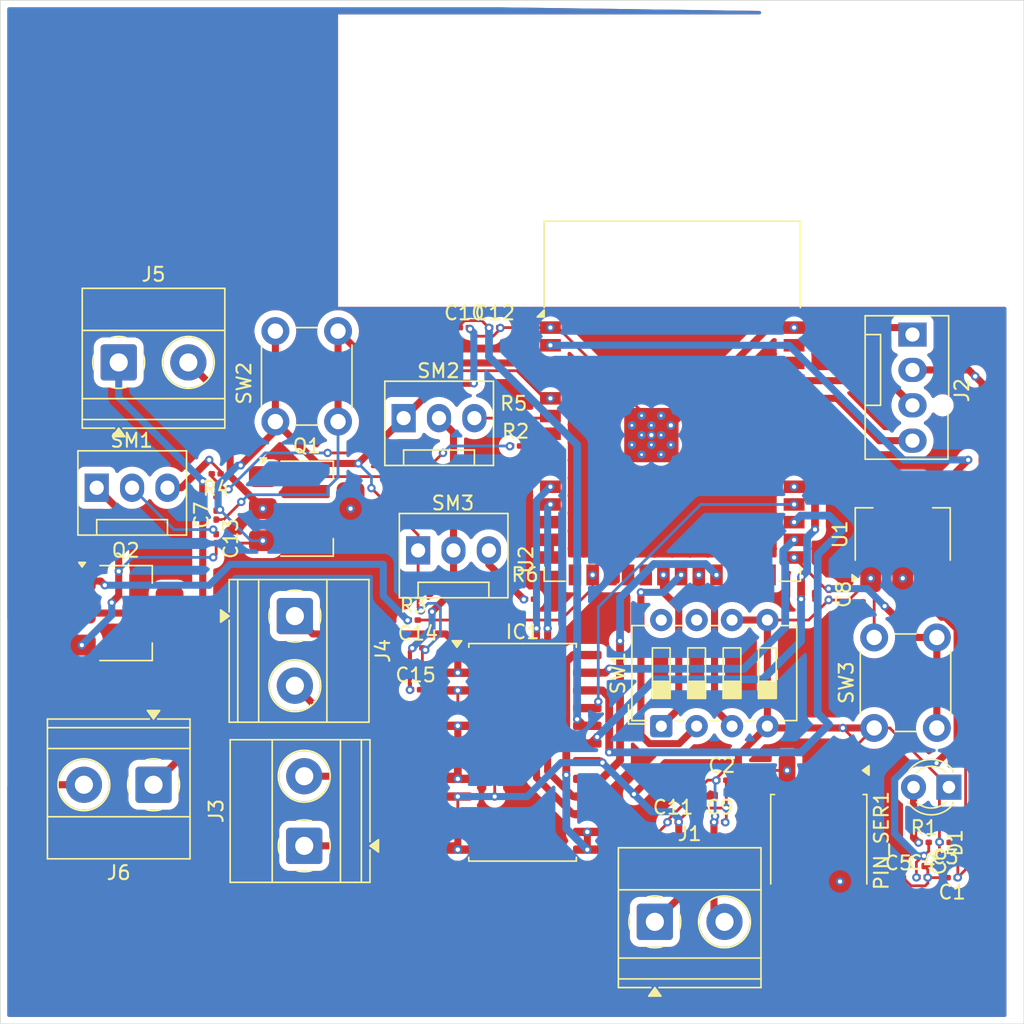
<source format=kicad_pcb>
(kicad_pcb (version 20241229) (generator "pcbnew") (generator_version "9.0")
  (layers (0 "F.Cu" signal) (2 "B.Cu" signal) (13 "F.Paste" user) (15 "B.Paste" user) (5 "F.SilkS" user "F.Silkscreen") (7 "B.SilkS" user "B.Silkscreen") (1 "F.Mask" user) (3 "B.Mask" user) (25 "Edge.Cuts" user))
  (net 0 "")
  (net 1 "+3.3V")
  (net 2 "GND")
  (net 3 "Net-(U1-VI)")
  (net 4 "VIN")
  (net 5 "+5")
  (net 6 "Net-(J5-Pin_2)")
  (net 7 "Net-(Q1-B)")
  (net 8 "Net-(Q2-B)")
  (net 9 "Net-(SM1-Pin_3)")
  (net 10 "VIN_SERV02")
  (net 11 "Net-(SM2-Pin_3)")
  (net 12 "VIN_SERV0")
  (net 13 "Net-(SM3-Pin_3)")
  (net 15 "TX")
  (net 16 "PIN_SERV01")
  (net 17 "PIN_DIP3")
  (net 19 "AIN2")
  (net 21 "PIN_SERV02")
  (net 22 "PWMA")
  (net 25 "PIN_DIP1")
  (net 26 "X")
  (net 28 "BIN1")
  (net 30 "BIN2")
  (net 33 "EN")
  (net 34 "PIN_PS1")
  (net 35 "PIN_PS2")
  (net 36 "BZ")
  (net 37 "STBY")
  (net 38 "RX")
  (net 39 "PWMB")
  (net 40 "PIN_DIP2")
  (net 41 "LAMP")
  (net 43 "AIN1")
  (net 44 "unconnected-(U2-IO9-Pad17)")
  (net 45 "BT")
  (net 50 "Net-(IC1-VCC)")
  (net 51 "Net-(D1-A)")
  (net 52 "MA1")
  (net 53 "MB2")
  (net 54 "MB1")
  (net 55 "MA2")
  (net 56 "VIN-SERVO")
  (net 57 "Net-(J6-Pin_2)")
  (net 58 "PIN_SERV03")
  (footprint "Resistor_SMD:R_0201_0603Metric" (layer "F.Cu") (at 128.5 74)
    (property "Reference" "R2")
    (property "Value" "1K")
  )
  (footprint "Connector:FanPinHeader_1x03_P2.54mm_Vertical" (layer "F.Cu") (at 120.46 72)
    (property "Reference" "SM2")
    (property "Value" "Conn_01x03_Pin")
  )
  (footprint "Package_TO_SOT_SMD:SOT-223-3_TabPin2" (layer "F.Cu") (at 100.5 86)
    (property "Reference" "Q2")
    (property "Value" "PZT2222A")
  )
  (footprint "Resistor_SMD:R_0201_0603Metric" (layer "F.Cu") (at 121.155 86.5)
    (property "Reference" "R3")
    (property "Value" "1K")
  )
  (footprint "Capacitor_SMD:C_0201_0603Metric" (layer "F.Cu") (at 107 78.965 90)
    (property "Reference" "C7")
    (property "Value" "0.1uf")
  )
  (footprint "RF_Module:ESP32-S3-WROOM-1" (layer "F.Cu") (at 139.75 70.76)
    (property "Reference" "U2")
    (property "Value" "ESP32-S3-WROOM-1" (hide yes))
  )
  (footprint "Capacitor_SMD:C_0201_0603Metric" (layer "F.Cu") (at 121.485 88.5)
    (property "Reference" "C14")
    (property "Value" "470uf")
  )
  (footprint "Button_Switch_THT:SW_PUSH_6mm_H7.3mm" (layer "F.Cu") (at 154.25 94.25 90)
    (property "Reference" "SW3")
    (property "Value" "SW_Push")
  )
  (footprint "Resistor_SMD:R_0201_0603Metric" (layer "F.Cu") (at 128.36 72)
    (property "Reference" "R5")
    (property "Value" "330")
  )
  (footprint "Capacitor_SMD:C_0201_0603Metric" (layer "F.Cu") (at 143.155 101)
    (property "Reference" "C9")
    (property "Value" "0.1uf")
  )
  (footprint "TerminalBlock_Phoenix:TerminalBlock_Phoenix_MKDS-1,5-2_1x02_P5.00mm_Horizontal" (layer "F.Cu") (at 112.65 86.215 -90)
    (property "Reference" "J4")
    (property "Value" "MOTOR2")
  )
  (footprint "Resistor_SMD:R_0201_0603Metric" (layer "F.Cu") (at 157.845 102.465)
    (property "Reference" "R1")
    (property "Value" "R")
  )
  (footprint "Button_Switch_THT:SW_DIP_SPSTx04_Slide_6.7x11.72mm_W7.62mm_P2.54mm_LowProfile" (layer "F.Cu") (at 138.96 94.12 90)
    (property "Reference" "SW1")
    (property "Value" "SW_DIP_x03")
  )
  (footprint "TerminalBlock_Phoenix:TerminalBlock_Phoenix_MKDS-1,5-2_1x02_P5.00mm_Horizontal" (layer "F.Cu") (at 113.3225 102.715 90)
    (property "Reference" "J3")
    (property "Value" "MOTOT 1")
  )
  (footprint "Connector:FanPinHeader_1x03_P2.54mm_Vertical" (layer "F.Cu") (at 98.42 77)
    (property "Reference" "SM1")
    (property "Value" "Conn_01x03_Pin")
  )
  (footprint "Capacitor_SMD:C_0201_0603Metric" (layer "F.Cu") (at 159.345 102.465 180)
    (property "Reference" "C3")
    (property "Value" "0.1uf")
  )
  (footprint "Package_TO_SOT_SMD:SOT-223-3_TabPin2" (layer "F.Cu") (at 156.3 80.35 90)
    (property "Reference" "U1")
    (property "Value" "AMS1117-3.3")
  )
  (footprint "Capacitor_SMD:C_0201_0603Metric" (layer "F.Cu") (at 107 80.655 -90)
    (property "Reference" "C13")
    (property "Value" "470uf")
  )
  (footprint "TerminalBlock_Phoenix:TerminalBlock_Phoenix_MKDS-1,5-2_1x02_P5.00mm_Horizontal" (layer "F.Cu") (at 138.5 108.1725)
    (property "Reference" "J1")
    (property "Value" "Screw_Terminal_01x02")
  )
  (footprint "Capacitor_SMD:C_0201_0603Metric" (layer "F.Cu") (at 143.31 98)
    (property "Reference" "C2")
    (property "Value" "0.1uf")
  )
  (footprint "Package_TO_SOT_SMD:SOT-223-3_TabPin2" (layer "F.Cu") (at 113.5 78.5)
    (property "Reference" "Q1")
    (property "Value" "PZT2222A")
  )
  (footprint "Capacitor_SMD:C_0201_0603Metric" (layer "F.Cu") (at 124.82 65.5)
    (property "Reference" "C10")
    (property "Value" "0.1uf")
  )
  (footprint "Capacitor_SMD:C_0201_0603Metric" (layer "F.Cu") (at 139.81 101)
    (property "Reference" "C11")
    (property "Value" "10uf")
  )
  (footprint "Capacitor_SMD:C_0201_0603Metric" (layer "F.Cu") (at 127 65.5)
    (property "Reference" "C12")
    (property "Value" "10uf")
  )
  (footprint "TerminalBlock_Phoenix:TerminalBlock_Phoenix_MKDS-1,5-2_1x02_P5.00mm_Horizontal" (layer "F.Cu") (at 100 68)
    (property "Reference" "J5")
    (property "Value" "LAMP")
  )
  (footprint "Button_Switch_THT:SW_PUSH_6mm_H7.3mm" (layer "F.Cu") (at 111.25 72.25 90)
    (property "Reference" "SW2")
    (property "Value" "SW_Push")
  )
  (footprint "Capacitor_SMD:C_0201_0603Metric" (layer "F.Cu") (at 157.845 103.845 -90)
    (property "Reference" "C6")
    (property "Value" "0.1uf")
  )
  (footprint "LED_THT:LED_D3.0mm" (layer "F.Cu") (at 159.615 98.5 180)
    (property "Reference" "D1")
    (property "Value" "LED")
  )
  (footprint "Package_TO_SOT_SMD:TO-252-2" (layer "F.Cu") (at 150.2725 102.34 -90)
    (property "Reference" "PIN_SER1")
    (property "Value" "AZ1117D-ADJ")
  )
  (footprint "Capacitor_SMD:C_0201_0603Metric" (layer "F.Cu") (at 151 84.655 -90)
    (property "Reference" "C8")
    (property "Value" "0.1uf")
  )
  (footprint "TerminalBlock_Phoenix:TerminalBlock_Phoenix_MKDS-1,5-2_1x02_P5.00mm_Horizontal" (layer "F.Cu") (at 102.5 98.3275 180)
    (property "Reference" "J6")
    (property "Value" "BZ")
  )
  (footprint "Resistor_SMD:R_0201_0603Metric" (layer "F.Cu") (at 129.5 85)
    (property "Reference" "R6")
    (property "Value" "330")
  )
  (footprint "Capacitor_SMD:C_0201_0603Metric" (layer "F.Cu") (at 157.69 104.965)
    (property "Reference" "C4")
    (property "Value" "0.1uf")
  )
  (footprint "Connector:FanPinHeader_1x04_P2.54mm_Vertical" (layer "F.Cu") (at 157 66 -90)
    (property "Reference" "J2")
    (property "Value" "Conn_01x04_Pin")
  )
  (footprint "Capacitor_SMD:C_0201_0603Metric" (layer "F.Cu") (at 121.32 91.5)
    (property "Reference" "C15")
    (property "Value" "470uf")
  )
  (footprint "Connector:FanPinHeader_1x03_P2.54mm_Vertical" (layer "F.Cu") (at 121.5 81.5)
    (property "Reference" "SM3")
    (property "Value" "Conn_01x03_Pin")
  )
  (footprint "Capacitor_SMD:C_0201_0603Metric" (layer "F.Cu") (at 159.845 105 180)
    (property "Reference" "C1")
    (property "Value" "0.1uf")
  )
  (footprint "Capacitor_SMD:C_0201_0603Metric" (layer "F.Cu") (at 156 105)
    (property "Reference" "C5")
    (property "Value" "0.1uf")
  )
  (footprint "Resistor_SMD:R_0201_0603Metric" (layer "F.Cu") (at 107 76 180)
    (property "Reference" "R4")
    (property "Value" "330")
  )
  (footprint "Package_SO:SOIC-24W_7.5x15.4mm_P1.27mm" (layer "F.Cu") (at 129 96)
    (property "Reference" "IC1")
    (property "Value" "TB6612FNG,C,8,EL")
  )
  (gr_rect (start 91.5 42) (end 165 115.5) (stroke (width 0.05)) (fill no) (layer "Edge.Cuts"))
  (gr_text "ISMENIA BELTRE" (at 114 111.5 0) (layer "B.Cu") (effects (font (size 1.5 1.5) (thickness 0.3) (bold yes)) (justify left bottom mirror)))
  (segment (start 157.28 103.890001) (end 157.28 104.982958) (width 0.2) (layer "F.Cu") (net 1))
  (segment (start 156.3 83.5) (end 159.095 86.295) (width 0.508) (layer "F.Cu") (net 1))
  (segment (start 159.095 86.295) (end 159.352681 86.295) (width 0.508) (layer "F.Cu") (net 1))
  (segment (start 159.352681 86.295) (end 160.205 87.147319) (width 0.508) (layer "F.Cu") (net 1))
  (segment (start 157.845 103.525) (end 157.645001 103.525) (width 0.2) (layer "F.Cu") (net 1))
  (segment (start 158.165 102.465) (end 158.165 103.097042) (width 0.2) (layer "F.Cu") (net 1))
  (segment (start 160.205 87.147319) (end 160.205 95.295) (width 0.508) (layer "F.Cu") (net 1))
  (segment (start 158.8 77.2) (end 161 75) (width 0.508) (layer "F.Cu") (net 1))
  (segment (start 156.3 77.2) (end 156.3 83.5) (width 0.508) (layer "F.Cu") (net 1))
  (segment (start 156.3 77.2) (end 158.8 77.2) (width 0.508) (layer "F.Cu") (net 1))
  (segment (start 158.165 103.097042) (end 157.827042 103.435) (width 0.2) (layer "F.Cu") (net 1))
  (segment (start 160.205 95.295) (end 158.731765 96.768235) (width 0.508) (layer "F.Cu") (net 1))
  (segment (start 157.645001 103.525) (end 157.28 103.890001) (width 0.2) (layer "F.Cu") (net 1))
  (via (at 156.3 83.5) (size 0.6) (drill 0.3) (layers "F.Cu" "B.Cu") (net 1))
  (via (at 161 75) (size 0.6) (drill 0.3) (layers "F.Cu" "B.Cu") (net 1))
  (via (at 158.731765 96.768235) (size 0.6) (drill 0.3) (layers "F.Cu" "B.Cu") (net 1))
  (via (at 157.827042 103.435) (size 0.6) (drill 0.3) (layers "F.Cu" "B.Cu") (net 1))
  (via (at 157.827042 103.435) (size 0.6) (drill 0.3) (layers "F.Cu" "B.Cu") (net 1))
  (via (at 131 66.77) (size 0.6) (drill 0.3) (layers "F.Cu" "B.Cu") (net 1))
  (via (at 157.28 104.982958) (size 0.6) (drill 0.3) (layers "F.Cu" "B.Cu") (net 1))
  (segment (start 155.72 101.83569) (end 157.31931 103.435) (width 0.508) (layer "B.Cu") (net 1))
  (segment (start 148.133238 66.77) (end 131 66.77) (width 0.508) (layer "B.Cu") (net 1))
  (segment (start 156.363238 75) (end 148.133238 66.77) (width 0.508) (layer "B.Cu") (net 1))
  (segment (start 155.72 97.93874) (end 155.72 101.83569) (width 0.508) (layer "B.Cu") (net 1))
  (segment (start 158.731765 96.768235) (end 156.890505 96.768235) (width 0.508) (layer "B.Cu") (net 1))
  (segment (start 156.890505 96.768235) (end 155.72 97.93874) (width 0.508) (layer "B.Cu") (net 1))
  (segment (start 161 75) (end 156.363238 75) (width 0.508) (layer "B.Cu") (net 1))
  (segment (start 157.31931 103.435) (end 157.827042 103.435) (width 0.508) (layer "B.Cu") (net 1))
  (segment (start 98.42 77) (end 100 78.58) (width 0.508) (layer "F.Cu") (net 2))
  (segment (start 127.41 65.59) (end 127.41 65.524884) (width 0.2) (layer "F.Cu") (net 2))
  (segment (start 124.35 92.825) (end 124.35 91.555) (width 0.2) (layer "F.Cu") (net 2))
  (segment (start 121.64 91.5) (end 124.295 91.5) (width 0.2) (layer "F.Cu") (net 2))
  (segment (start 141.13 100) (end 143.63 100) (width 0.2) (layer "F.Cu") (net 2))
  (segment (start 126.881042 66.118958) (end 127.41 65.59) (width 0.2) (layer "F.Cu") (net 2))
  (segment (start 100 84.746) (end 99.5 85.246) (width 0.508) (layer "F.Cu") (net 2))
  (segment (start 111.25 72.25) (end 111.25 65.75) (width 0.508) (layer "F.Cu") (net 2))
  (segment (start 154.25 83.75) (end 154 83.5) (width 0.2) (layer "F.Cu") (net 2))
  (segment (start 121.5 81.5) (end 121.5 85.602968) (width 0.2) (layer "F.Cu") (net 2))
  (segment (start 100 78.58) (end 100 83) (width 0.508) (layer "F.Cu") (net 2))
  (segment (start 159.615 98.5) (end 158.935 99.18) (width 0.2) (layer "F.Cu") (net 2))
  (segment (start 125.14 65.5) (end 125.758958 66.118958) (width 0.2) (layer "F.Cu") (net 2))
  (segment (start 146.58 94.12) (end 146.71 94.25) (width 0.508) (layer "F.Cu") (net 2))
  (segment (start 131.532 65.5) (end 138.25 72.218) (width 0.2) (layer "F.Cu") (net 2))
  (segment (start 155.365 94.25) (end 154.25 94.25) (width 0.2) (layer "F.Cu") (net 2))
  (segment (start 138.25 72.218) (end 138.25 73.22) (width 0.2) (layer "F.Cu") (net 2))
  (segment (start 143.63 100) (end 143.63 100.959884) (width 0.2) (layer "F.Cu") (net 2))
  (segment (start 146.71 94.25) (end 152 94.25) (width 0.508) (layer "F.Cu") (net 2))
  (segment (start 157.845 104.165) (end 158.335 104.165) (width 0.2) (layer "F.Cu") (net 2))
  (segment (start 158.335 104.165) (end 158.935 103.565) (width 0.2) (layer "F.Cu") (net 2))
  (segment (start 159.525 105) (end 158.110116 105) (width 0.2) (layer "F.Cu") (net 2))
  (segment (start 133.65 96.635) (end 134.634998 96.635) (width 0.508) (layer "F.Cu") (net 2))
  (segment (start 146.58 94.12) (end 144.5 96.2) (width 0.508) (layer "F.Cu") (net 2))
  (segment (start 110.175 80.975) (end 110.35 80.8) (width 0.2) (layer "F.Cu") (net 2))
  (segment (start 146.58 94.12) (end 146.58 86.5) (width 0.508) (layer "F.Cu") (net 2))
  (segment (start 152.5525 94.8025) (end 152 94.25) (width 0.2) (layer "F.Cu") (net 2))
  (segment (start 125.758958 66.118958) (end 126.881042 66.118958) (width 0.2) (layer "F.Cu") (net 2))
  (segment (start 122.96 69.5) (end 125.5 69.5) (width 0.508) (layer "F.Cu") (net 2))
  (segment (start 152.5525 97.3) (end 152.5525 94.8025) (width 0.2) (layer "F.Cu") (net 2))
  (segment (start 127 95.078032) (end 127 99.175) (width 0.2) (layer "F.Cu") (net 2))
  (segment (start 121.5 85.602968) (end 121.705277 85.808245) (width 0.2) (layer "F.Cu") (net 2))
  (segment (start 156.903958 105.583958) (end 157.916042 105.583958) (width 0.2) (layer "F.Cu") (net 2))
  (segment (start 107.206147 78.645) (end 107.272264 78.578883) (width 0.2) (layer "F.Cu") (net 2))
  (segment (start 158.1 105.4) (end 158.1 104.989884) (width 0.2) (layer "F.Cu") (net 2))
  (segment (start 143.63 98) (end 143.63 100) (width 0.2) (layer "F.Cu") (net 2))
  (segment (start 117.205 75.255) (end 120.46 72) (width 0.508) (layer "F.Cu") (net 2))
  (segment (start 156.5 65.5) (end 148.5 65.5) (width 0.508) (layer "F.Cu") (net 2))
  (segment (start 114.255 75.255) (end 117.205 75.255) (width 0.508) (layer "F.Cu") (net 2))
  (segment (start 157 66) (end 156.5 65.5) (width 0.508) (layer "F.Cu") (net 2))
  (segment (start 152 94.25) (end 154.25 94.25) (width 0.508) (layer "F.Cu") (net 2))
  (segment (start 158.935 103.565) (end 158.935 102.440116) (width 0.2) (layer "F.Cu") (net 2))
  (segment (start 158.935 99.18) (end 158.935 102.440116) (width 0.2) (layer "F.Cu") (net 2))
  (segment (start 152.435 85.065) (end 150.975116 85.065) (width 0.2) (layer "F.Cu") (net 2))
  (segment (start 150.975116 85.065) (end 149.540116 86.5) (width 0.2) (layer "F.Cu") (net 2))
  (segment (start 124.295 91.5) (end 124.35 91.555) (width 0.2) (layer "F.Cu") (net 2))
  (segment (start 158.1 104.42) (end 158.1 104.989884) (width 0.2) (layer "F.Cu") (net 2))
  (segment (start 138.5 108.1725) (end 140.22 106.4525) (width 0.508) (layer "F.Cu") (net 2))
  (segment (start 107 80.975) (end 110.175 80.975) (width 0.2) (layer "F.Cu") (net 2))
  (segment (start 139.255 96.745) (end 137 99) (width 0.508) (layer "F.Cu") (net 2))
  (segment (start 140.22 106.4525) (end 140.22 101.000088) (width 0.508) (layer "F.Cu") (net 2))
  (segment (start 120.46 72) (end 122.96 69.5) (width 0.508) (layer "F.Cu") (net 2))
  (segment (start 100 83) (end 100 84.746) (width 0.508) (layer "F.Cu") (net 2))
  (segment (start 154.25 87.75) (end 154.25 83.75) (width 0.2) (layer "F.Cu") (net 2))
  (segment (start 157.845 104.165) (end 158.1 104.42) (width 0.2) (layer "F.Cu") (net 2))
  (segment (start 111.25 72.25) (end 111.25 72.901472) (width 0.508) (layer "F.Cu") (net 2))
  (segment (start 127.434884 65.5) (end 131 65.5) (width 0.2) (layer "F.Cu") (net 2))
  (segment (start 144.04 86.5) (end 146.58 86.5) (width 0.508) (layer "F.Cu") (net 2))
  (segment (start 152.5525 95.9475) (end 154.25 94.25) (width 0.2) (layer "F.Cu") (net 2))
  (segment (start 121.5 81.5) (end 121.5 80.378595) (width 0.2) (layer "F.Cu") (net 2))
  (segment (start 111.25 72.901472) (end 108.759 75.392472) (width 0.508) (layer "F.Cu") (net 2))
  (segment (start 154 83.5) (end 152.435 85.065) (width 0.2) (layer "F.Cu") (net 2))
  (segment (start 140.13 101) (end 141.13 100) (width 0.2) (layer "F.Cu") (net 2))
  (segment (start 158.110116 105) (end 158.1 104.989884) (width 0.2) (layer "F.Cu") (net 2))
  (segment (start 121.5 80.378595) (end 118.149416 77.028011) (width 0.2) (layer "F.Cu") (net 2))
  (segment (start 127.41 65.524884) (end 127.434884 65.5) (width 0.2) (layer "F.Cu") (net 2))
  (segment (start 107 80.975) (end 107 81.787159) (width 0.2) (layer "F.Cu") (net 2))
  (segment (start 146.67 65.5) (end 139.65 72.52) (width 0.508) (layer "F.Cu") (net 2))
  (segment (start 111.25 72.25) (end 114.255 75.255) (width 0.508) (layer "F.Cu") (net 2))
  (segment (start 124.746968 92.825) (end 127 95.078032) (width 0.2) (layer "F.Cu") (net 2))
  (segment (start 157.916042 105.583958) (end 158.1 105.4) (width 0.2) (layer "F.Cu") (net 2))
  (segment (start 159.615 98.5) (end 155.365 94.25) (width 0.2) (layer "F.Cu") (net 2))
  (segment (start 156.32 105) (end 156.903958 105.583958) (width 0.2) (layer "F.Cu") (net 2))
  (segment (start 121.805 88.5) (end 121.805 91.335) (width 0.2) (layer "F.Cu") (net 2))
  (segment (start 149.540116 86.5) (end 146.58 86.5) (width 0.2) (layer "F.Cu") (net 2))
  (segment (start 144.5 96.2) (end 144.5 96.745) (width 0.508) (layer "F.Cu") (net 2))
  (segment (start 107 78.645) (end 107.206147 78.645) (width 0.2) (layer "F.Cu") (net 2))
  (segment (start 124.35 100.445) (end 124.35 99.175) (width 0.2) (layer "F.Cu") (net 2))
  (segment (start 131 65.5) (end 131.532 65.5) (width 0.2) (layer "F.Cu") (net 2))
  (segment (start 144.5 96.745) (end 139.255 96.745) (width 0.508) (layer "F.Cu") (net 2))
  (segment (start 148.5 65.5) (end 146.67 65.5) (width 0.508) (layer "F.Cu") (net 2))
  (segment (start 152.5525 97.3) (end 152.5525 95.9475) (width 0.2) (layer "F.Cu") (net 2))
  (segment (start 134.634998 96.635) (end 134.738879 96.738881) (width 0.508) (layer "F.Cu") (net 2))
  (segment (start 134.738879 96.738881) (end 134.73888 96.73888) (width 0.508) (layer "F.Cu") (net 2))
  (segment (start 124.35 92.825) (end 124.746968 92.825) (width 0.2) (layer "F.Cu") (net 2))
  (segment (start 107 81.787159) (end 106.787159 82) (width 0.2) (layer "F.Cu") (net 2))
  (segment (start 143.63 100.959884) (end 143.565 101.024884) (width 0.2) (layer "F.Cu") (net 2))
  (segment (start 121.805 91.335) (end 121.64 91.5) (width 0.2) (layer "F.Cu") (net 2))
  (via (at 150.975116 85.065) (size 0.6) (drill 0.3) (layers "F.Cu" "B.Cu") (net 2))
  (via (at 138.5 108.1725) (size 0.6) (drill 0.3) (layers "F.Cu" "B.Cu") (net 2))
  (via (at 140.22 101.000088) (size 0.6) (drill 0.3) (layers "F.Cu" "B.Cu") (net 2))
  (via (at 118.149416 77.028011) (size 0.6) (drill 0.3) (layers "F.Cu" "B.Cu") (net 2))
  (via (at 154 83.5) (size 0.6) (drill 0.3) (layers "F.Cu" "B.Cu") (net 2))
  (via (at 99.5 85.246) (size 0.6) (drill 0.3) (layers "F.Cu" "B.Cu") (net 2))
  (via (at 111.25 65.75) (size 0.6) (drill 0.3) (layers "F.Cu" "B.Cu") (net 2))
  (via (at 124.35 99.175) (size 0.6) (drill 0.3) (layers "F.Cu" "B.Cu") (net 2))
  (via (at 152 94.25) (size 0.6) (drill 0.3) (layers "F.Cu" "B.Cu") (net 2))
  (via (at 97.35 88.3) (size 0.6) (drill 0.3) (layers "F.Cu" "B.Cu") (net 2))
  (via (at 134.738879 96.738881) (size 0.6) (drill 0.3) (layers "F.Cu" "B.Cu") (net 2))
  (via (at 100 83) (size 0.6) (drill 0.3) (layers "F.Cu" "B.Cu") (net 2))
  (via (at 108.759 75.392472) (size 0.6) (drill 0.3) (layers "F.Cu" "B.Cu") (net 2))
  (via (at 158.1 104.989884) (size 0.6) (drill 0.3) (layers "F.Cu" "B.Cu") (net 2))
  (via (at 124.35 91.555) (size 0.6) (drill 0.3) (layers "F.Cu" "B.Cu") (net 2))
  (via (at 154.25 94.25) (size 0.6) (drill 0.3) (layers "F.Cu" "B.Cu") (net 2))
  (via (at 127.41 65.524884) (size 0.6) (drill 0.3) (layers "F.Cu" "B.Cu") (net 2))
  (via (at 146.58 86.5) (size 0.6) (drill 0.3) (layers "F.Cu" "B.Cu") (net 2))
  (via (at 143.63 100) (size 0.6) (drill 0.3) (layers "F.Cu" "B.Cu") (net 2))
  (via (at 139.65 72.52) (size 0.6) (drill 0.3) (layers "F.Cu" "B.Cu") (net 2))
  (via (at 107.272264 78.578883) (size 0.6) (drill 0.3) (layers "F.Cu" "B.Cu") (net 2))
  (via (at 124.35 99.175) (size 0.6) (drill 0.3) (layers "F.Cu" "B.Cu") (net 2))
  (via (at 138.25 73.22) (size 0.6) (drill 0.3) (layers "F.Cu" "B.Cu") (net 2))
  (via (at 158.935 102.440116) (size 0.6) (drill 0.3) (layers "F.Cu" "B.Cu") (net 2))
  (via (at 134.73888 96.73888) (size 0.6) (drill 0.3) (layers "F.Cu" "B.Cu") (net 2))
  (via (at 117.205 75.255) (size 0.6) (drill 0.3) (layers "F.Cu" "B.Cu") (net 2))
  (via (at 143.565 101.024884) (size 0.6) (drill 0.3) (layers "F.Cu" "B.Cu") (net 2))
  (via (at 121.705277 85.808245) (size 0.6) (drill 0.3) (layers "F.Cu" "B.Cu") (net 2))
  (via (at 106.787159 82) (size 0.6) (drill 0.3) (layers "F.Cu" "B.Cu") (net 2))
  (via (at 158.1 104.989884) (size 0.6) (drill 0.3) (layers "F.Cu" "B.Cu") (net 2))
  (via (at 146.58 86.5) (size 0.6) (drill 0.3) (layers "F.Cu" "B.Cu") (net 2))
  (via (at 140.22 101.000088) (size 0.6) (drill 0.3) (layers "F.Cu" "B.Cu") (net 2))
  (via (at 137 99) (size 0.6) (drill 0.3) (layers "F.Cu" "B.Cu") (net 2))
  (via (at 125.5 69.5) (size 0.6) (drill 0.3) (layers "F.Cu" "B.Cu") (net 2))
  (via (at 158.935 102.440116) (size 0.6) (drill 0.3) (layers "F.Cu" "B.Cu") (net 2))
  (via (at 131 65.5) (size 0.6) (drill 0.3) (layers "F.Cu" "B.Cu") (net 2))
  (via (at 120.46 72) (size 0.6) (drill 0.3) (layers "F.Cu" "B.Cu") (net 2))
  (via (at 122.014696 88.64458) (size 0.6) (drill 0.3) (layers "F.Cu" "B.Cu") (net 2))
  (via (at 158.1 104.989884) (size 0.6) (drill 0.3) (layers "F.Cu" "B.Cu") (net 2))
  (via (at 110.35 80.8) (size 0.6) (drill 0.3) (layers "F.Cu" "B.Cu") (net 2))
  (via (at 107.272264 78.578883) (size 0.6) (drill 0.3) (layers "F.Cu" "B.Cu") (net 2))
  (via (at 154.25 94.25) (size 0.6) (drill 0.3) (layers "F.Cu" "B.Cu") (net 2))
  (via (at 124.35 91.555) (size 0.6) (drill 0.3) (layers "F.Cu" "B.Cu") (net 2))
  (via (at 125.23 65.599) (size 0.6) (drill 0.3) (layers "F.Cu" "B.Cu") (net 2))
  (via (at 110.35 80.8) (size 0.6) (drill 0.3) (layers "F.Cu" "B.Cu") (net 2))
  (via (at 154.25 94.25) (size 0.6) (drill 0.3) (layers "F.Cu" "B.Cu") (net 2))
  (via (at 148.5 65.5) (size 0.6) (drill 0.3) (layers "F.Cu" "B.Cu") (net 2))
  (via (at 127 99.175) (size 0.6) (drill 0.3) (layers "F.Cu" "B.Cu") (net 2))
  (segment (start 106.787159 82) (end 101 82) (width 0.2) (layer "B.Cu") (net 2))
  (segment (start 108.539796 75.392472) (end 107.136841 76.795427) (width 0.508) (layer "B.Cu") (net 2))
  (segment (start 129.325 99.175) (end 127 99.175) (width 0.508) (layer "B.Cu") (net 2))
  (segment (start 139.712732 100.262958) (end 140.22 100.770226) (width 0.508) (layer "B.Cu") (net 2))
  (segment (start 122.214522 85.299) (end 122.748943 85.299) (width 0.2) (layer "B.Cu") (net 2))
  (segment (start 99.5 86.15) (end 97.35 88.3) (width 0.508) (layer "B.Cu") (net 2))
  (segment (start 127 99.175) (end 124.35 99.175) (width 0.508) (layer "B.Cu") (net 2))
  (segment (start 107.136841 76.795427) (end 107.136841 78.44346) (width 0.508) (layer "B.Cu") (net 2))
  (segment (start 121.705277 85.808245) (end 122.214522 85.299) (width 0.2) (layer "B.Cu") (net 2))
  (segment (start 134.738879 96.738881) (end 131.761119 96.738881) (width 0.508) (layer "B.Cu") (net 2))
  (segment (start 107.136841 78.44346) (end 107.272264 78.578883) (width 0.508) (layer "B.Cu") (net 2))
  (segment (start 118.149416 76.199416) (end 117.205 75.255) (width 0.2) (layer "B.Cu") (net 2))
  (segment (start 123.101 87.558276) (end 122.014696 88.64458) (width 0.2) (layer "B.Cu") (net 2))
  (segment (start 99.5 85.246) (end 99.5 86.15) (width 0.508) (layer "B.Cu") (net 2))
  (segment (start 107.272264 78.578883) (end 109.493381 80.8) (width 0.2) (layer "B.Cu") (net 2))
  (segment (start 122.748943 85.299) (end 123.101 85.651057) (width 0.2) (layer "B.Cu") (net 2))
  (segment (start 109.493381 80.8) (end 110.35 80.8) (width 0.2) (layer "B.Cu") (net 2))
  (segment (start 134.73888 96.73888) (end 137 99) (width 0.508) (layer "B.Cu") (net 2))
  (segment (start 125.5 65.869) (end 125.23 65.599) (width 0.508) (layer "B.Cu") (net 2))
  (segment (start 138.262958 100.262958) (end 139.712732 100.262958) (width 0.508) (layer "B.Cu") (net 2))
  (segment (start 125.5 69.5) (end 125.5 65.869) (width 0.508) (layer "B.Cu") (net 2))
  (segment (start 123.101 85.651057) (end 123.101 87.558276) (width 0.2) (layer "B.Cu") (net 2))
  (segment (start 140.22 100.770226) (end 140.22 101.000088) (width 0.508) (layer "B.Cu") (net 2))
  (segment (start 108.759 75.392472) (end 108.539796 75.392472) (width 0.508) (layer "B.Cu") (net 2))
  (segment (start 137 99) (end 138.262958 100.262958) (width 0.508) (layer "B.Cu") (net 2))
  (segment (start 118.149416 77.028011) (end 118.149416 76.199416) (width 0.2) (layer "B.Cu") (net 2))
  (segment (start 101 82) (end 100 83) (width 0.2) (layer "B.Cu") (net 2))
  (segment (start 131.761119 96.738881) (end 129.325 99.175) (width 0.508) (layer "B.Cu") (net 2))
  (segment (start 159.665 102.465) (end 160.255 103.055) (width 0.2) (layer "F.Cu") (net 3))
  (segment (start 160.816 104.421042) (end 160.255 104.982042) (width 0.2) (layer "F.Cu") (net 3))
  (segment (start 160.255 103.055) (end 160.255 104.982042) (width 0.2) (layer "F.Cu") (net 3))
  (segment (start 160.816 85.716) (end 160.816 104.421042) (width 0.2) (layer "F.Cu") (net 3))
  (segment (start 158.6 83.5) (end 160.816 85.716) (width 0.2) (layer "F.Cu") (net 3))
  (via (at 160.255 104.982042) (size 0.6) (drill 0.3) (layers "F.Cu" "B.Cu") (net 3))
  (via (at 160.255 104.982042) (size 0.6) (drill 0.3) (layers "F.Cu" "B.Cu") (net 3))
  (segment (start 143.5 108.1725) (end 142.745 107.4175) (width 0.508) (layer "F.Cu") (net 4))
  (segment (start 139.49 101) (end 138.775 101.715) (width 0.2) (layer "F.Cu") (net 4))
  (segment (start 142.835 101) (end 142.835 100.610681) (width 0.2) (layer "F.Cu") (net 4))
  (segment (start 133.65 102.985) (end 133.65 101.715) (width 0.508) (layer "F.Cu") (net 4))
  (segment (start 143.490001 97.3) (end 147.9925 97.3) (width 0.2) (layer "F.Cu") (net 4))
  (segment (start 142.99 97.800001) (end 143.490001 97.3) (width 0.2) (layer "F.Cu") (net 4))
  (segment (start 139.4 100.890001) (end 139.4 101.017958) (width 0.2) (layer "F.Cu") (net 4))
  (segment (start 133.65 89.015) (end 132.625001 89.015) (width 0.5588) (layer "F.Cu") (net 4))
  (segment (start 132.625001 89.015) (end 132.138654 89.501347) (width 0.5588) (layer "F.Cu") (net 4))
  (segment (start 142.99 98) (end 142.290001 98) (width 0.2) (layer "F.Cu") (net 4))
  (segment (start 142.99 98) (end 142.99 97.800001) (width 0.2) (layer "F.Cu") (net 4))
  (segment (start 132.138654 89.501347) (end 132.138654 97.622336) (width 0.5588) (layer "F.Cu") (net 4))
  (segment (start 142.835 100.610681) (end 142.824318 100.599999) (width 0.2) (layer "F.Cu") (net 4))
  (segment (start 142.290001 98) (end 139.4 100.890001) (width 0.2) (layer "F.Cu") (net 4))
  (segment (start 138.775 101.715) (end 133.65 101.715) (width 0.2) (layer "F.Cu") (net 4))
  (segment (start 142.745 107.4175) (end 142.745 101.017958) (width 0.508) (layer "F.Cu") (net 4))
  (via (at 133.65 102.985) (size 0.6) (drill 0.3) (layers "F.Cu" "B.Cu") (net 4))
  (via (at 147.9925 97.3) (size 0.6) (drill 0.3) (layers "F.Cu" "B.Cu") (net 4))
  (via (at 142.824318 100.599999) (size 0.6) (drill 0.3) (layers "F.Cu" "B.Cu") (net 4))
  (via (at 142.745 101.017958) (size 0.6) (drill 0.3) (layers "F.Cu" "B.Cu") (net 4))
  (via (at 142.9 98.017958) (size 0.6) (drill 0.3) (layers "F.Cu" "B.Cu") (net 4))
  (via (at 133.65 101.715) (size 0.6) (drill 0.3) (layers "F.Cu" "B.Cu") (net 4))
  (via (at 139.4 101.017958) (size 0.6) (drill 0.3) (layers "F.Cu" "B.Cu") (net 4))
  (via (at 133.65 101.715) (size 0.6) (drill 0.3) (layers "F.Cu" "B.Cu") (net 4))
  (via (at 132.138654 97.622336) (size 0.6) (drill 0.3) (layers "F.Cu" "B.Cu") (net 4))
  (segment (start 132.138654 101.473654) (end 133.65 102.985) (width 0.5588) (layer "B.Cu") (net 4))
  (segment (start 142.824318 100.599999) (end 142.824318 98.09364) (width 0.2) (layer "B.Cu") (net 4))
  (segment (start 142.824318 98.09364) (end 142.9 98.017958) (width 0.2) (layer "B.Cu") (net 4))
  (segment (start 132.138654 97.622336) (end 132.138654 101.473654) (width 0.5588) (layer "B.Cu") (net 4))
  (segment (start 152.0725 105) (end 151.7975 105.275) (width 0.2) (layer "F.Cu") (net 5))
  (segment (start 155.68 105) (end 152.0725 105) (width 0.2) (layer "F.Cu") (net 5))
  (segment (start 161.04 68.54) (end 161.5 69) (width 0.508) (layer "F.Cu") (net 5))
  (segment (start 162 69.5) (end 161.5 69) (width 0.508) (layer "F.Cu") (net 5))
  (segment (start 153.5 109) (end 162 109) (width 0.508) (layer "F.Cu") (net 5))
  (segment (start 151.7975 107.2975) (end 153.5 109) (width 0.508) (layer "F.Cu") (net 5))
  (segment (start 157 68.54) (end 161.04 68.54) (width 0.508) (layer "F.Cu") (net 5))
  (segment (start 162 109) (end 162 69.5) (width 0.508) (layer "F.Cu") (net 5))
  (segment (start 151.7975 101.925) (end 151.7975 107.2975) (width 0.508) (layer "F.Cu") (net 5))
  (via (at 161.5 69) (size 0.6) (drill 0.3) (layers "F.Cu" "B.Cu") (net 5))
  (via (at 151.7975 105.275) (size 0.6) (drill 0.3) (layers "F.Cu" "B.Cu") (net 5))
  (via (at 161.5 69) (size 0.6) (drill 0.3) (layers "F.Cu" "B.Cu") (net 5))
  (segment (start 110.35 78.5) (end 116.65 78.5) (width 0.508) (layer "F.Cu") (net 6))
  (segment (start 105 68) (end 108.005 71.005) (width 0.508) (layer "F.Cu") (net 6))
  (segment (start 108.005 76.155) (end 110.35 78.5) (width 0.508) (layer "F.Cu") (net 6))
  (segment (start 108.005 71.005) (end 108.005 76.155) (width 0.508) (layer "F.Cu") (net 6))
  (via (at 110.35 78.5) (size 0.6) (drill 0.3) (layers "F.Cu" "B.Cu") (net 6))
  (via (at 116.65 78.5) (size 0.6) (drill 0.3) (layers "F.Cu" "B.Cu") (net 6))
  (segment (start 121.586 76.2) (end 123.286 74.5) (width 0.2) (layer "F.Cu") (net 7))
  (segment (start 110.35 76.2) (end 121.586 76.2) (width 0.2) (layer "F.Cu") (net 7))
  (via (at 128.09 74.017958) (size 0.6) (drill 0.3) (layers "F.Cu" "B.Cu") (net 7))
  (via (at 123.286 74.5) (size 0.6) (drill 0.3) (layers "F.Cu" "B.Cu") (net 7))
  (segment (start 128.072042 74) (end 128.09 74.017958) (width 0.2) (layer "B.Cu") (net 7))
  (segment (start 123.786 74) (end 128.072042 74) (width 0.2) (layer "B.Cu") (net 7))
  (segment (start 123.286 74.5) (end 123.786 74) (width 0.2) (layer "B.Cu") (net 7))
  (segment (start 97.35 83.7) (end 98.7 83.7) (width 0.508) (layer "F.Cu") (net 8))
  (segment (start 98.7 83.7) (end 99 84) (width 0.508) (layer "F.Cu") (net 8))
  (via (at 120.745 86.517958) (size 0.6) (drill 0.3) (layers "F.Cu" "B.Cu") (net 8))
  (via (at 99 84) (size 0.6) (drill 0.3) (layers "F.Cu" "B.Cu") (net 8))
  (segment (start 99 84) (end 106.5 84) (width 0.508) (layer "B.Cu") (net 8))
  (segment (start 119 82.5) (end 119 84.772958) (width 0.508) (layer "B.Cu") (net 8))
  (segment (start 106.5 84) (end 108 82.5) (width 0.508) (layer "B.Cu") (net 8))
  (segment (start 108 82.5) (end 119 82.5) (width 0.508) (layer "B.Cu") (net 8))
  (segment (start 119 84.772958) (end 120.745 86.517958) (width 0.508) (layer "B.Cu") (net 8))
  (segment (start 104.5 77) (end 106.5 75) (width 0.508) (layer "F.Cu") (net 9))
  (segment (start 107.32 76) (end 107.32 75.82) (width 0.2) (layer "F.Cu") (net 9))
  (segment (start 103.5 77) (end 104.5 77) (width 0.508) (layer "F.Cu") (net 9))
  (segment (start 107.32 75.82) (end 106.5 75) (width 0.2) (layer "F.Cu") (net 9))
  (via (at 106.5 75) (size 0.6) (drill 0.3) (layers "F.Cu" "B.Cu") (net 9))
  (segment (start 107 80.217152) (end 106.787158 80.00431) (width 0.2) (layer "F.Cu") (net 10))
  (segment (start 107 80.335) (end 107 80.217152) (width 0.2) (layer "F.Cu") (net 10))
  (via (at 100.96 77) (size 0.6) (drill 0.3) (layers "F.Cu" "B.Cu") (net 10))
  (via (at 106.787158 80.00431) (size 0.6) (drill 0.3) (layers "F.Cu" "B.Cu") (net 10))
  (segment (start 103.96431 80.00431) (end 100.96 77) (width 0.2) (layer "B.Cu") (net 10))
  (segment (start 106.787158 80.00431) (end 103.96431 80.00431) (width 0.2) (layer "B.Cu") (net 10))
  (segment (start 128.04 72) (end 125.54 72) (width 0.2) (layer "F.Cu") (net 11))
  (segment (start 121.165 88.5) (end 120.91 88.755) (width 0.3) (layer "F.Cu") (net 12))
  (segment (start 120.91 88.755) (end 120.91 91.517958) (width 0.3) (layer "F.Cu") (net 12))
  (segment (start 124.04 73.04) (end 124.04 81.5) (width 0.508) (layer "F.Cu") (net 12))
  (segment (start 123 72) (end 124.04 73.04) (width 0.508) (layer "F.Cu") (net 12))
  (segment (start 124.04 84.36) (end 122.5 85.9) (width 0.508) (layer "F.Cu") (net 12))
  (segment (start 124.04 81.5) (end 124.04 84.36) (width 0.508) (layer "F.Cu") (net 12))
  (via (at 124.04 81.5) (size 0.6) (drill 0.3) (layers "F.Cu" "B.Cu") (net 12))
  (via (at 120.91 91.517958) (size 0.6) (drill 0.3) (layers "F.Cu" "B.Cu") (net 12))
  (via (at 121.075 88.517958) (size 0.6) (drill 0.3) (layers "F.Cu" "B.Cu") (net 12))
  (via (at 122.5 85.9) (size 0.6) (drill 0.3) (layers "F.Cu" "B.Cu") (net 12))
  (segment (start 122.5 87.092958) (end 121.075 88.517958) (width 0.508) (layer "B.Cu") (net 12))
  (segment (start 122.5 85.9) (end 122.5 87.092958) (width 0.508) (layer "B.Cu") (net 12))
  (segment (start 126.58 81.5) (end 126.58 82.507958) (width 0.508) (layer "F.Cu") (net 13))
  (segment (start 126.58 82.507958) (end 129.09 85.017958) (width 0.508) (layer "F.Cu") (net 13))
  (via (at 129.09 85.017958) (size 0.6) (drill 0.3) (layers "F.Cu" "B.Cu") (net 13))
  (segment (start 157 71.08) (end 155.23 69.31) (width 0.508) (layer "F.Cu") (net 15))
  (segment (start 155.23 69.31) (end 148.5 69.31) (width 0.508) (layer "F.Cu") (net 15))
  (segment (start 116.5 74.5) (end 118 73) (width 0.2) (layer "F.Cu") (net 16))
  (segment (start 106.68 76.199999) (end 107.58816 77.108159) (width 0.2) (layer "F.Cu") (net 16))
  (segment (start 107.58816 77.108159) (end 107.891841 77.108159) (width 0.2) (layer "F.Cu") (net 16))
  (segment (start 118 68.595) (end 128.595 68.595) (width 0.2) (layer "F.Cu") (net 16))
  (segment (start 106.68 76) (end 106.68 76.199999) (width 0.2) (layer "F.Cu") (net 16))
  (segment (start 130.58 70.58) (end 131 70.58) (width 0.2) (layer "F.Cu") (net 16))
  (segment (start 128.595 68.595) (end 130.58 70.58) (width 0.2) (layer "F.Cu") (net 16))
  (segment (start 118 73) (end 118 68.595) (width 0.2) (layer "F.Cu") (net 16))
  (segment (start 115 74.5) (end 116.5 74.5) (width 0.2) (layer "F.Cu") (net 16))
  (via (at 131 70.58) (size 0.6) (drill 0.3) (layers "F.Cu" "B.Cu") (net 16))
  (via (at 107.891841 77.108159) (size 0.6) (drill 0.3) (layers "F.Cu" "B.Cu") (net 16))
  (via (at 115 74.5) (size 0.6) (drill 0.3) (layers "F.Cu" "B.Cu") (net 16))
  (segment (start 110.5 74.5) (end 115 74.5) (width 0.2) (layer "B.Cu") (net 16))
  (segment (start 107.891841 77.108159) (end 110.5 74.5) (width 0.2) (layer "B.Cu") (net 16))
  (segment (start 144.04 94.12) (end 142.785 92.865) (width 0.508) (layer "F.Cu") (net 17))
  (segment (start 142.785 92.865) (end 142.785 85.648) (width 0.508) (layer "F.Cu") (net 17))
  (segment (start 141.655 84.518) (end 141.655 83.26) (width 0.508) (layer "F.Cu") (net 17))
  (segment (start 142.785 85.648) (end 141.655 84.518) (width 0.508) (layer "F.Cu") (net 17))
  (via (at 141.655 83.26) (size 0.6) (drill 0.3) (layers "F.Cu" "B.Cu") (net 17))
  (segment (start 135.2206 92.0456) (end 135.2206 96) (width 0.5588) (layer "F.Cu") (net 19))
  (segment (start 133.65 91.555) (end 134.73 91.555) (width 0.5588) (layer "F.Cu") (net 19))
  (segment (start 134.73 91.555) (end 135.2206 92.0456) (width 0.5588) (layer "F.Cu") (net 19))
  (via (at 135.2206 96) (size 0.6) (drill 0.3) (layers "F.Cu" "B.Cu") (net 19))
  (via (at 148.5 79.47) (size 0.6) (drill 0.3) (layers "F.Cu" "B.Cu") (net 19))
  (segment (start 150.194716 81.805284) (end 152 80) (width 0.5588) (layer "B.Cu") (net 19))
  (segment (start 150.194716 93.194716) (end 150.194716 81.805284) (width 0.5588) (layer "B.Cu") (net 19))
  (segment (start 151 94) (end 150.194716 93.194716) (width 0.5588) (layer "B.Cu") (net 19))
  (segment (start 149 96) (end 151 94) (width 0.5588) (layer "B.Cu") (net 19))
  (segment (start 135.2206 96) (end 149 96) (width 0.5588) (layer "B.Cu") (net 19))
  (segment (start 148.97 79) (end 148.5 79.47) (width 0.5588) (layer "B.Cu") (net 19))
  (segment (start 152 80) (end 151 79) (width 0.5588) (layer "B.Cu") (net 19))
  (segment (start 151 79) (end 148.97 79) (width 0.5588) (layer "B.Cu") (net 19))
  (segment (start 130.85 72) (end 131 71.85) (width 0.2) (layer "F.Cu") (net 21))
  (segment (start 128.68 72) (end 130.85 72) (width 0.2) (layer "F.Cu") (net 21))
  (segment (start 134.9356 90.285) (end 135.2206 90) (width 0.5588) (layer "F.Cu") (net 22))
  (segment (start 133.65 90.285) (end 134.9356 90.285) (width 0.5588) (layer "F.Cu") (net 22))
  (via (at 135.2206 90) (size 0.6) (drill 0.3) (layers "F.Cu" "B.Cu") (net 22))
  (via (at 148.5 80.74) (size 0.6) (drill 0.3) (layers "F.Cu" "B.Cu") (net 22))
  (segment (start 144.89076 90) (end 147.8604 87.03036) (width 0.5588) (layer "B.Cu") (net 22))
  (segment (start 147.8604 82.474053) (end 147.7196 82.333253) (width 0.5588) (layer "B.Cu") (net 22))
  (segment (start 147.8604 87.03036) (end 147.8604 82.474053) (width 0.5588) (layer "B.Cu") (net 22))
  (segment (start 147.7196 81.5204) (end 148.5 80.74) (width 0.5588) (layer "B.Cu") (net 22))
  (segment (start 135.2206 90) (end 144.89076 90) (width 0.5588) (layer "B.Cu") (net 22))
  (segment (start 147.7196 82.333253) (end 147.7196 81.5204) (width 0.5588) (layer "B.Cu") (net 22))
  (segment (start 138.96 94.12) (end 140.215 92.865) (width 0.508) (layer "F.Cu") (net 25))
  (segment (start 140.215 85.618) (end 139.115 84.518) (width 0.508) (layer "F.Cu") (net 25))
  (segment (start 140.215 92.865) (end 140.215 85.618) (width 0.508) (layer "F.Cu") (net 25))
  (segment (start 139.115 84.518) (end 139.115 83.26) (width 0.508) (layer "F.Cu") (net 25))
  (via (at 139.115 83.26) (size 0.6) (drill 0.3) (layers "F.Cu" "B.Cu") (net 25))
  (segment (start 131 82.01) (end 131 80.74) (width 0.508) (layer "F.Cu") (net 26))
  (segment (start 134.674999 97.905) (end 136 96.579999) (width 0.5588) (layer "F.Cu") (net 28))
  (segment (start 133.65 97.905) (end 134.674999 97.905) (width 0.5588) (layer "F.Cu") (net 28))
  (segment (start 136 96.579999) (end 136 88) (width 0.5588) (layer "F.Cu") (net 28))
  (via (at 142.925 83.26) (size 0.6) (drill 0.3) (layers "F.Cu" "B.Cu") (net 28))
  (via (at 136 88) (size 0.6) (drill 0.3) (layers "F.Cu" "B.Cu") (net 28))
  (segment (start 142.1446 82.4796) (end 142.925 83.26) (width 0.5588) (layer "B.Cu") (net 28))
  (segment (start 138.426749 82.4796) (end 142.1446 82.4796) (width 0.5588) (layer "B.Cu") (net 28))
  (segment (start 136 88) (end 136 84.906349) (width 0.5588) (layer "B.Cu") (net 28))
  (segment (start 136 84.906349) (end 138.426749 82.4796) (width 0.5588) (layer "B.Cu") (net 28))
  (segment (start 133.65 99.175) (end 132.625001 99.175) (width 0.508) (layer "F.Cu") (net 30))
  (segment (start 130.800003 97.350002) (end 130.800003 87.1) (width 0.508) (layer "F.Cu") (net 30))
  (segment (start 132.625001 99.175) (end 130.800003 97.350002) (width 0.508) (layer "F.Cu") (net 30))
  (via (at 131 78.2) (size 0.6) (drill 0.3) (layers "F.Cu" "B.Cu") (net 30))
  (via (at 130.800003 87.1) (size 0.6) (drill 0.3) (layers "F.Cu" "B.Cu") (net 30))
  (segment (start 130.800003 87.1) (end 130.800003 78.399997) (width 0.508) (layer "B.Cu") (net 30))
  (segment (start 130.800003 78.399997) (end 131 78.2) (width 0.508) (layer "B.Cu") (net 30))
  (segment (start 118.04 68.04) (end 131 68.04) (width 0.508) (layer "F.Cu") (net 33))
  (segment (start 107 79.285) (end 107.535959 79.285) (width 0.2) (layer "F.Cu") (net 33))
  (segment (start 115.75 65.75) (end 118.04 68.04) (width 0.508) (layer "F.Cu") (net 33))
  (segment (start 107.535959 79.285) (end 108.80232 78.018639) (width 0.2) (layer "F.Cu") (net 33))
  (segment (start 115.75 65.75) (end 115.75 72.25) (width 0.508) (layer "F.Cu") (net 33))
  (via (at 115.75 72.25) (size 0.6) (drill 0.3) (layers "F.Cu" "B.Cu") (net 33))
  (via (at 108.80232 78.018639) (size 0.6) (drill 0.3) (layers "F.Cu" "B.Cu") (net 33))
  (segment (start 115 77) (end 115.75 76.25) (width 0.2) (layer "B.Cu") (net 33))
  (segment (start 115.75 76.25) (end 115.75 72.25) (width 0.2) (layer "B.Cu") (net 33))
  (segment (start 115 77.5) (end 115 77) (width 0.2) (layer "B.Cu") (net 33))
  (segment (start 108.80232 78.018639) (end 109.320959 77.5) (width 0.2) (layer "B.Cu") (net 33))
  (segment (start 109.320959 77.5) (end 115 77.5) (width 0.2) (layer "B.Cu") (net 33))
  (segment (start 131.745 86.5) (end 134.035 84.21) (width 0.2) (layer "F.Cu") (net 36))
  (segment (start 134.035 84.21) (end 134.035 83.26) (width 0.2) (layer "F.Cu") (net 36))
  (segment (start 121.475 86.5) (end 131.745 86.5) (width 0.2) (layer "F.Cu") (net 36))
  (via (at 134.035 83.26) (size 0.6) (drill 0.3) (layers "F.Cu" "B.Cu") (net 36))
  (segment (start 149 83.415316) (end 149.028393 83.386923) (width 0.5588) (layer "F.Cu") (net 37))
  (segment (start 133.65 95.365) (end 133.885738 95.365) (width 0.5588) (layer "F.Cu") (net 37))
  (segment (start 150 77.1212) (end 149.8088 76.93) (width 0.5588) (layer "F.Cu") (net 37))
  (segment (start 149.8088 76.93) (end 148.5 76.93) (width 0.5588) (layer "F.Cu") (net 37))
  (segment (start 149 85) (end 149 83.415316) (width 0.5588) (layer "F.Cu") (net 37))
  (segment (start 133.885738 95.365) (end 134.355738 94.895) (width 0.5588) (layer "F.Cu") (net 37))
  (segment (start 150 80) (end 150 77.1212) (width 0.5588) (layer "F.Cu") (net 37))
  (via (at 150 80) (size 0.6) (drill 0.3) (layers "F.Cu" "B.Cu") (net 37))
  (via (at 134.355738 94.895) (size 0.6) (drill 0.3) (layers "F.Cu" "B.Cu") (net 37))
  (via (at 149.028393 83.386923) (size 0.6) (drill 0.3) (layers "F.Cu" "B.Cu") (net 37))
  (via (at 148.5 76.93) (size 0.6) (drill 0.3) (layers "F.Cu" "B.Cu") (net 37))
  (via (at 149 85) (size 0.6) (drill 0.3) (layers "F.Cu" "B.Cu") (net 37))
  (segment (start 134.355738 94.895) (end 138.490938 90.7598) (width 0.5588) (layer "B.Cu") (net 37))
  (segment (start 146.2402 90.7598) (end 149 88) (width 0.5588) (layer "B.Cu") (net 37))
  (segment (start 149.028393 83.386923) (end 149.434916 82.9804) (width 0.5588) (layer "B.Cu") (net 37))
  (segment (start 149 88) (end 149 85) (width 0.5588) (layer "B.Cu") (net 37))
  (segment (start 149.434916 82.9804) (end 149.434916 80.565084) (width 0.5588) (layer "B.Cu") (net 37))
  (segment (start 138.490938 90.7598) (end 146.2402 90.7598) (width 0.5588) (layer "B.Cu") (net 37))
  (segment (start 149.434916 80.565084) (end 150 80) (width 0.5588) (layer "B.Cu") (net 37))
  (segment (start 151.58 70.58) (end 148.5 70.58) (width 0.508) (layer "F.Cu") (net 38))
  (segment (start 154.62 73.62) (end 151.58 70.58) (width 0.508) (layer "F.Cu") (net 38))
  (segment (start 157 73.62) (end 154.62 73.62) (width 0.508) (layer "F.Cu") (net 38))
  (segment (start 132.625001 100.445) (end 130 97.819999) (width 0.508) (layer "F.Cu") (net 39))
  (segment (start 130 97.819999) (end 130 87.1) (width 0.508) (layer "F.Cu") (net 39))
  (segment (start 133.65 100.445) (end 132.625001 100.445) (width 0.508) (layer "F.Cu") (net 39))
  (via (at 131 76.93) (size 0.6) (drill 0.3) (layers "F.Cu" "B.Cu") (net 39))
  (via (at 130 87.1) (size 0.6) (drill 0.3) (layers "F.Cu" "B.Cu") (net 39))
  (segment (start 130 87.1) (end 130 77.93) (width 0.508) (layer "B.Cu") (net 39))
  (segment (start 130 77.93) (end 131 76.93) (width 0.508) (layer "B.Cu") (net 39))
  (segment (start 138.111052 95.375) (end 137.5 94.763948) (width 0.508) (layer "F.Cu") (net 40))
  (segment (start 141.5 94.12) (end 140.245 95.375) (width 0.508) (layer "F.Cu") (net 40))
  (segment (start 140.245 95.375) (end 138.111052 95.375) (width 0.508) (layer "F.Cu") (net 40))
  (segment (start 137.5 94.763948) (end 137.5 84.510002) (width 0.508) (layer "F.Cu") (net 40))
  (via (at 140.385 83.26) (size 0.6) (drill 0.3) (layers "F.Cu" "B.Cu") (net 40))
  (via (at 137.5 84.510002) (size 0.6) (drill 0.3) (layers "F.Cu" "B.Cu") (net 40))
  (segment (start 139.134998 84.510002) (end 140.385 83.26) (width 0.508) (layer "B.Cu") (net 40))
  (segment (start 137.5 84.510002) (end 139.134998 84.510002) (width 0.508) (layer "B.Cu") (net 40))
  (segment (start 129.7 73.12) (end 131 73.12) (width 0.2) (layer "F.Cu") (net 41))
  (segment (start 128.82 74) (end 129.7 73.12) (width 0.2) (layer "F.Cu") (net 41))
  (segment (start 133.65 92.825) (end 133.976253 92.825) (width 0.2) (layer "F.Cu") (net 43))
  (segment (start 133.976253 92.825) (end 134.437007 92.364246) (width 0.2) (layer "F.Cu") (net 43))
  (via (at 148.5 78.2) (size 0.6) (drill 0.3) (layers "F.Cu" "B.Cu") (net 43))
  (via (at 134.437007 92.364246) (size 0.6) (drill 0.3) (layers "F.Cu" "B.Cu") (net 43))
  (segment (start 141.8 78.2) (end 148.5 78.2) (width 0.2) (layer "B.Cu") (net 43))
  (segment (start 134.437007 85.562993) (end 141.8 78.2) (width 0.2) (layer "B.Cu") (net 43))
  (segment (start 134.437007 92.364246) (end 134.437007 85.562993) (width 0.2) (layer "B.Cu") (net 43))
  (segment (start 135.785 82.965) (end 135.785 83.697) (width 0.4) (layer "F.Cu") (net 44))
  (segment (start 158.75 87.75) (end 158.75 94.25) (width 0.508) (layer "F.Cu") (net 45))
  (segment (start 157.25 87.75) (end 155 85.5) (width 0.508) (layer "F.Cu") (net 45))
  (segment (start 158.75 87.75) (end 157.25 87.75) (width 0.508) (layer "F.Cu") (net 45))
  (segment (start 151 84.335) (end 150.825 84.335) (width 0.2) (layer "F.Cu") (net 45))
  (segment (start 150.825 84.335) (end 148.5 82.01) (width 0.2) (layer "F.Cu") (net 45))
  (via (at 148.5 82.01) (size 0.6) (drill 0.3) (layers "F.Cu" "B.Cu") (net 45))
  (via (at 150.982042 84.245) (size 0.6) (drill 0.3) (layers "F.Cu" "B.Cu") (net 45))
  (via (at 158.75 94.25) (size 0.6) (drill 0.3) (layers "F.Cu" "B.Cu") (net 45))
  (via (at 155 85.5) (size 0.6) (drill 0.3) (layers "F.Cu" "B.Cu") (net 45))
  (segment (start 153.745 84.245) (end 150.982042 84.245) (width 0.508) (layer "B.Cu") (net 45))
  (segment (start 155 85.5) (end 153.745 84.245) (width 0.508) (layer "B.Cu") (net 45))
  (segment (start 124.5 65.34013) (end 124.84113 64.999) (width 0.2) (layer "F.Cu") (net 50))
  (segment (start 133.65 94.095) (end 133.388054 94.095) (width 0.5588) (layer "F.Cu") (net 50))
  (segment (start 124.84113 64.999) (end 126.071042 64.999) (width 0.2) (layer "F.Cu") (net 50))
  (segment (start 126.071042 64.999) (end 126.59 65.517958) (width 0.2) (layer "F.Cu") (net 50))
  (segment (start 124.5 65.5) (end 124.5 65.34013) (width 0.2) (layer "F.Cu") (net 50))
  (segment (start 133.388054 94.095) (end 132.918054 93.625) (width 0.5588) (layer "F.Cu") (net 50))
  (via (at 132.918054 93.625) (size 0.6) (drill 0.3) (layers "F.Cu" "B.Cu") (net 50))
  (via (at 126.59 65.517958) (size 0.6) (drill 0.3) (layers "F.Cu" "B.Cu") (net 50))
  (via (at 126.59 65.517958) (size 0.6) (drill 0.3) (layers "F.Cu" "B.Cu") (net 50))
  (segment (start 132.918054 93.625) (end 132.918054 73.918054) (width 0.5588) (layer "B.Cu") (net 50))
  (segment (start 126.59 67.59) (end 126.59 65.517958) (width 0.5588) (layer "B.Cu") (net 50))
  (segment (start 132.918054 73.918054) (end 126.59 67.59) (width 0.5588) (layer "B.Cu") (net 50))
  (segment (start 157.075 102.122958) (end 157.435 102.482958) (width 0.508) (layer "F.Cu") (net 51))
  (segment (start 157.075 98.5) (end 157.075 102.122958) (width 0.508) (layer "F.Cu") (net 51))
  (via (at 157.435 102.482958) (size 0.6) (drill 0.3) (layers "F.Cu" "B.Cu") (net 51))
  (segment (start 113.935 87.5) (end 112.65 86.215) (width 0.508) (layer "F.Cu") (net 52))
  (segment (start 124.35 88.35) (end 123.5 87.5) (width 0.508) (layer "F.Cu") (net 52))
  (segment (start 124.35 89.015) (end 124.35 88.35) (width 0.508) (layer "F.Cu") (net 52))
  (segment (start 124.35 89.015) (end 124.35 90.285) (width 0.508) (layer "F.Cu") (net 52))
  (segment (start 123.5 87.5) (end 113.935 87.5) (width 0.508) (layer "F.Cu") (net 52))
  (via (at 112.65 86.215) (size 0.6) (drill 0.3) (layers "F.Cu" "B.Cu") (net 52))
  (via (at 124.35 90.285) (size 0.6) (drill 0.3) (layers "F.Cu" "B.Cu") (net 52))
  (segment (start 113.3225 97.715) (end 124.16 97.715) (width 0.508) (layer "F.Cu") (net 53))
  (segment (start 124.16 97.715) (end 124.35 97.905) (width 0.508) (layer "F.Cu") (net 53))
  (segment (start 124.35 96.635) (end 124.35 97.905) (width 0.5588) (layer "F.Cu") (net 53))
  (via (at 124.35 97.905) (size 0.6) (drill 0.3) (layers "F.Cu" "B.Cu") (net 53))
  (via (at 124.35 97.905) (size 0.6) (drill 0.3) (layers "F.Cu" "B.Cu") (net 53))
  (segment (start 124.08 102.715) (end 124.35 102.985) (width 0.508) (layer "F.Cu") (net 54))
  (segment (start 124.35 101.715) (end 124.35 102.985) (width 0.508) (layer "F.Cu") (net 54))
  (segment (start 113.3225 102.715) (end 124.08 102.715) (width 0.508) (layer "F.Cu") (net 54))
  (via (at 124.35 102.985) (size 0.6) (drill 0.3) (layers "F.Cu" "B.Cu") (net 54))
  (via (at 124.35 102.985) (size 0.6) (drill 0.3) (layers "F.Cu" "B.Cu") (net 54))
  (segment (start 115.53 94.095) (end 124.35 94.095) (width 0.508) (layer "F.Cu") (net 55))
  (segment (start 112.65 91.215) (end 115.53 94.095) (width 0.508) (layer "F.Cu") (net 55))
  (segment (start 124.35 95.365) (end 124.35 94.095) (width 0.508) (layer "F.Cu") (net 55))
  (via (at 124.35 94.095) (size 0.6) (drill 0.3) (layers "F.Cu" "B.Cu") (net 55))
  (via (at 124.35 94.095) (size 0.6) (drill 0.3) (layers "F.Cu" "B.Cu") (net 55))
  (segment (start 102.5 98.3275) (end 106.033159 94.794341) (width 0.508) (layer "F.Cu") (net 56))
  (segment (start 106.033159 94.794341) (end 106.033159 76.533159) (width 0.508) (layer "F.Cu") (net 56))
  (via (at 100 68) (size 0.6) (drill 0.3) (layers "F.Cu" "B.Cu") (net 56))
  (via (at 106.033159 76.533159) (size 0.6) (drill 0.3) (layers "F.Cu" "B.Cu") (net 56))
  (segment (start 100 70.5) (end 100 68) (width 0.508) (layer "B.Cu") (net 56))
  (segment (start 106.033159 76.533159) (end 100 70.5) (width 0.508) (layer "B.Cu") (net 56))
  (segment (start 93 86.5) (end 93 98) (width 0.508) (layer "F.Cu") (net 57))
  (segment (start 93.1725 98.3275) (end 97.5 98.3275) (width 0.508) (layer "F.Cu") (net 57))
  (segment (start 93.5 86) (end 93 86.5) (width 0.508) (layer "F.Cu") (net 57))
  (segment (start 97.35 86) (end 93.5 86) (width 0.508) (layer "F.Cu") (net 57))
  (segment (start 93 98) (end 92.845 98) (width 0.508) (layer "F.Cu") (net 57))
  (segment (start 103.65 86) (end 97.35 86) (width 0.508) (layer "F.Cu") (net 57))
  (segment (start 92.845 98) (end 93.1725 98.3275) (width 0.508) (layer "F.Cu") (net 57))
  (zone (net 0) (net_name "") (layer "F.Cu") (priority 1) (connect_pads (clearance 0.5)) (min_thickness 0.25) (fill yes (thermal_gap 0.5) (thermal_bridge_width 0.5) (island_removal_mode 1) (island_area_min 9.999999))
    (polygon (pts (xy 91.5 42) (xy 163.75 43.01) (xy 163.75 115.5) (xy 92 115.5)))
  )
  (zone (net 0) (net_name "") (layer "B.Cu") (connect_pads (clearance 0.5)) (min_thickness 0.25) (fill yes (thermal_gap 0.5) (thermal_bridge_width 0.5) (island_removal_mode 1) (island_area_min 9.999999))
    (polygon (pts (xy 91.5 42) (xy 163.75 43.01) (xy 163.75 115.5) (xy 92 115.5)))
  )
)
</source>
